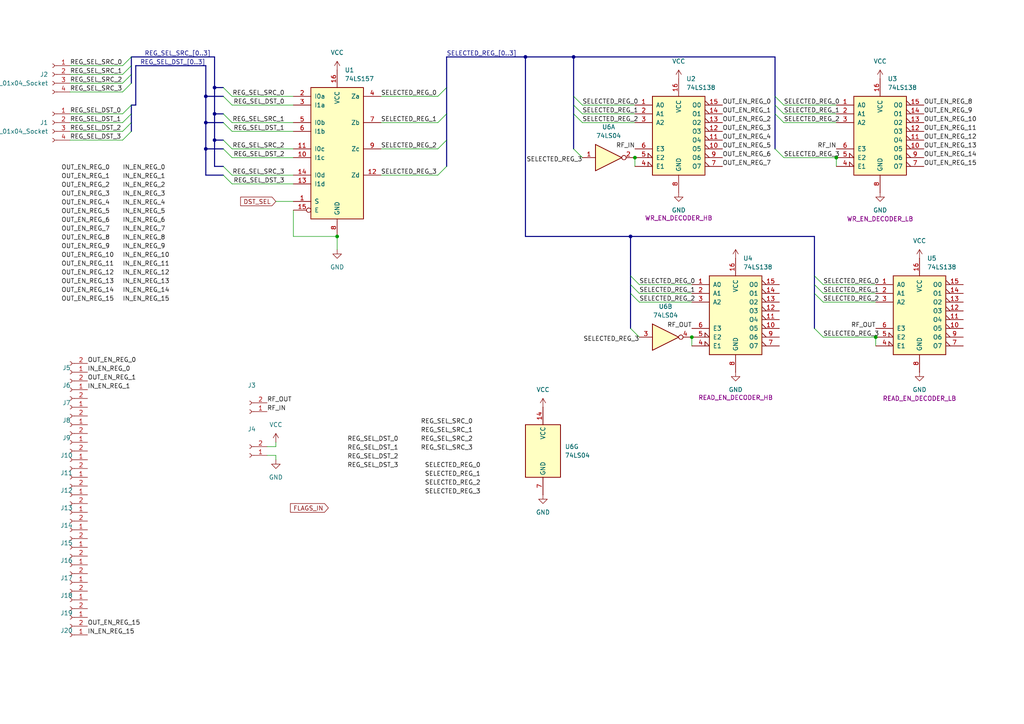
<source format=kicad_sch>
(kicad_sch (version 20231120) (generator "eeschema") (generator_version "8.0")
  (paper "A4")
  (lib_symbols
    (symbol "74xx:74LS04"
      (property "Reference" "U" (at 0 1.27 0))
      (property "Value" "74LS04" (at 0 -1.27 0))
      (symbol "74LS04_1_0"
        (polyline (pts (xy -3.81 3.81) (xy -3.81 -3.81) (xy 3.81 0) (xy -3.81 3.81)) (stroke (width 0.254)) (fill (type background)))
        (pin input line (at -7.62 0 0) (length 3.81) (name "~") (number "1"))
        (pin output inverted (at 7.62 0 180) (length 3.81) (name "~") (number "2"))
      )
      (symbol "74LS04_2_0"
        (polyline (pts (xy -3.81 3.81) (xy -3.81 -3.81) (xy 3.81 0) (xy -3.81 3.81)) (stroke (width 0.254)) (fill (type background)))
        (pin input line (at -7.62 0 0) (length 3.81) (name "~") (number "3"))
        (pin output inverted (at 7.62 0 180) (length 3.81) (name "~") (number "4"))
      )
      (symbol "74LS04_3_0"
        (polyline (pts (xy -3.81 3.81) (xy -3.81 -3.81) (xy 3.81 0) (xy -3.81 3.81)) (stroke (width 0.254)) (fill (type background)))
        (pin input line (at -7.62 0 0) (length 3.81) (name "~") (number "5"))
        (pin output inverted (at 7.62 0 180) (length 3.81) (name "~") (number "6"))
      )
      (symbol "74LS04_4_0"
        (polyline (pts (xy -3.81 3.81) (xy -3.81 -3.81) (xy 3.81 0) (xy -3.81 3.81)) (stroke (width 0.254)) (fill (type background)))
        (pin output inverted (at 7.62 0 180) (length 3.81) (name "~") (number "8"))
        (pin input line (at -7.62 0 0) (length 3.81) (name "~") (number "9"))
      )
      (symbol "74LS04_5_0"
        (polyline (pts (xy -3.81 3.81) (xy -3.81 -3.81) (xy 3.81 0) (xy -3.81 3.81)) (stroke (width 0.254)) (fill (type background)))
        (pin output inverted (at 7.62 0 180) (length 3.81) (name "~") (number "10"))
        (pin input line (at -7.62 0 0) (length 3.81) (name "~") (number "11"))
      )
      (symbol "74LS04_6_0"
        (polyline (pts (xy -3.81 3.81) (xy -3.81 -3.81) (xy 3.81 0) (xy -3.81 3.81)) (stroke (width 0.254)) (fill (type background)))
        (pin output inverted (at 7.62 0 180) (length 3.81) (name "~") (number "12"))
        (pin input line (at -7.62 0 0) (length 3.81) (name "~") (number "13"))
      )
      (symbol "74LS04_7_0"
        (pin power_in line (at 0 12.7 270) (length 5.08) (name "VCC") (number "14"))
        (pin power_in line (at 0 -12.7 90) (length 5.08) (name "GND") (number "7"))
      )
      (symbol "74LS04_7_1"
        (rectangle (start -5.08 7.62) (end 5.08 -7.62) (stroke (width 0.254)) (fill (type background)))
      )
    )
    (symbol "74xx:74LS138" (pin_names (offset 1.016))
      (property "Reference" "U" (at -7.62 11.43 0))
      (property "Value" "74LS138" (at -7.62 -13.97 0))
      (symbol "74LS138_1_0"
        (pin input line (at -12.7 7.62 0) (length 5.08) (name "A0") (number "1"))
        (pin output output_low (at 12.7 -5.08 180) (length 5.08) (name "O5") (number "10"))
        (pin output output_low (at 12.7 -2.54 180) (length 5.08) (name "O4") (number "11"))
        (pin output output_low (at 12.7 0 180) (length 5.08) (name "O3") (number "12"))
        (pin output output_low (at 12.7 2.54 180) (length 5.08) (name "O2") (number "13"))
        (pin output output_low (at 12.7 5.08 180) (length 5.08) (name "O1") (number "14"))
        (pin output output_low (at 12.7 7.62 180) (length 5.08) (name "O0") (number "15"))
        (pin power_in line (at 0 15.24 270) (length 5.08) (name "VCC") (number "16"))
        (pin input line (at -12.7 5.08 0) (length 5.08) (name "A1") (number "2"))
        (pin input line (at -12.7 2.54 0) (length 5.08) (name "A2") (number "3"))
        (pin input input_low (at -12.7 -10.16 0) (length 5.08) (name "E1") (number "4"))
        (pin input input_low (at -12.7 -7.62 0) (length 5.08) (name "E2") (number "5"))
        (pin input line (at -12.7 -5.08 0) (length 5.08) (name "E3") (number "6"))
        (pin output output_low (at 12.7 -10.16 180) (length 5.08) (name "O7") (number "7"))
        (pin power_in line (at 0 -17.78 90) (length 5.08) (name "GND") (number "8"))
        (pin output output_low (at 12.7 -7.62 180) (length 5.08) (name "O6") (number "9"))
      )
      (symbol "74LS138_1_1"
        (rectangle (start -7.62 10.16) (end 7.62 -12.7) (stroke (width 0.254)) (fill (type background)))
      )
    )
    (symbol "74xx:74LS157" (pin_names (offset 1.016))
      (property "Reference" "U" (at -7.62 19.05 0))
      (property "Value" "74LS157" (at -7.62 -21.59 0))
      (symbol "74LS157_1_0"
        (pin input line (at -12.7 -15.24 0) (length 5.08) (name "S") (number "1"))
        (pin input line (at -12.7 -2.54 0) (length 5.08) (name "I1c") (number "10"))
        (pin input line (at -12.7 0 0) (length 5.08) (name "I0c") (number "11"))
        (pin output line (at 12.7 -7.62 180) (length 5.08) (name "Zd") (number "12"))
        (pin input line (at -12.7 -10.16 0) (length 5.08) (name "I1d") (number "13"))
        (pin input line (at -12.7 -7.62 0) (length 5.08) (name "I0d") (number "14"))
        (pin input inverted (at -12.7 -17.78 0) (length 5.08) (name "E") (number "15"))
        (pin power_in line (at 0 22.86 270) (length 5.08) (name "VCC") (number "16"))
        (pin input line (at -12.7 15.24 0) (length 5.08) (name "I0a") (number "2"))
        (pin input line (at -12.7 12.7 0) (length 5.08) (name "I1a") (number "3"))
        (pin output line (at 12.7 15.24 180) (length 5.08) (name "Za") (number "4"))
        (pin input line (at -12.7 7.62 0) (length 5.08) (name "I0b") (number "5"))
        (pin input line (at -12.7 5.08 0) (length 5.08) (name "I1b") (number "6"))
        (pin output line (at 12.7 7.62 180) (length 5.08) (name "Zb") (number "7"))
        (pin power_in line (at 0 -25.4 90) (length 5.08) (name "GND") (number "8"))
        (pin output line (at 12.7 0 180) (length 5.08) (name "Zc") (number "9"))
      )
      (symbol "74LS157_1_1"
        (rectangle (start -7.62 17.78) (end 7.62 -20.32) (stroke (width 0.254)) (fill (type background)))
      )
    )
    (symbol "Connector:Conn_01x02_Socket" (pin_names (offset 1.016) hide)
      (property "Reference" "J" (at 0 2.54 0))
      (property "Value" "Conn_01x02_Socket" (at 0 -5.08 0))
      (symbol "Conn_01x02_Socket_1_1"
        (arc (start 0 -2.032) (mid -0.5058 -2.54) (end 0 -3.048) (stroke (width 0.1524)))
        (polyline (pts (xy -1.27 -2.54) (xy -0.508 -2.54)) (stroke (width 0.1524)))
        (polyline (pts (xy -1.27 0) (xy -0.508 0)) (stroke (width 0.1524)))
        (arc (start 0 0.508) (mid -0.5058 0) (end 0 -0.508) (stroke (width 0.1524)))
        (pin passive line (at -5.08 0 0) (length 3.81) (name "Pin_1") (number "1"))
        (pin passive line (at -5.08 -2.54 0) (length 3.81) (name "Pin_2") (number "2"))
      )
    )
    (symbol "Connector:Conn_01x04_Socket" (pin_names (offset 1.016) hide)
      (property "Reference" "J" (at 0 5.08 0))
      (property "Value" "Conn_01x04_Socket" (at 0 -7.62 0))
      (symbol "Conn_01x04_Socket_1_1"
        (arc (start 0 -4.572) (mid -0.5058 -5.08) (end 0 -5.588) (stroke (width 0.1524)))
        (arc (start 0 -2.032) (mid -0.5058 -2.54) (end 0 -3.048) (stroke (width 0.1524)))
        (polyline (pts (xy -1.27 -5.08) (xy -0.508 -5.08)) (stroke (width 0.1524)))
        (polyline (pts (xy -1.27 -2.54) (xy -0.508 -2.54)) (stroke (width 0.1524)))
        (polyline (pts (xy -1.27 0) (xy -0.508 0)) (stroke (width 0.1524)))
        (polyline (pts (xy -1.27 2.54) (xy -0.508 2.54)) (stroke (width 0.1524)))
        (arc (start 0 0.508) (mid -0.5058 0) (end 0 -0.508) (stroke (width 0.1524)))
        (arc (start 0 3.048) (mid -0.5058 2.54) (end 0 2.032) (stroke (width 0.1524)))
        (pin passive line (at -5.08 2.54 0) (length 3.81) (name "Pin_1") (number "1"))
        (pin passive line (at -5.08 0 0) (length 3.81) (name "Pin_2") (number "2"))
        (pin passive line (at -5.08 -2.54 0) (length 3.81) (name "Pin_3") (number "3"))
        (pin passive line (at -5.08 -5.08 0) (length 3.81) (name "Pin_4") (number "4"))
      )
    )
    (symbol "power:GND" (power) (pin_numbers hide) (pin_names (offset 0) hide)
      (property "Value" "GND" (at 0 -3.81 0))
      (symbol "GND_0_1"
        (polyline (pts (xy 0 0) (xy 0 -1.27) (xy 1.27 -1.27) (xy 0 -2.54) (xy -1.27 -1.27) (xy 0 -1.27)))
      )
      (symbol "GND_1_1"
        (pin power_in line (at 0 0 270) (length 0) (name "~") (number "1"))
      )
    )
    (symbol "power:VCC" (power) (pin_numbers hide) (pin_names (offset 0) hide)
      (property "Value" "VCC" (at 0 3.556 0))
      (symbol "VCC_0_1"
        (polyline (pts (xy -0.762 1.27) (xy 0 2.54)))
        (polyline (pts (xy 0 0) (xy 0 2.54)))
        (polyline (pts (xy 0 2.54) (xy 0.762 1.27)))
      )
      (symbol "VCC_1_1"
        (pin power_in line (at 0 0 90) (length 0) (name "~") (number "1"))
      )
    )
  )
  (junction (at 254 97.79))
  (junction (at 62.23 40.64))
  (junction (at 242.57 45.72))
  (junction (at 59.69 35.56))
  (junction (at 59.69 43.18))
  (junction (at 166.37 16.51))
  (junction (at 200.66 97.79))
  (junction (at 59.69 27.94))
  (junction (at 62.23 33.02))
  (junction (at 182.88 68.58))
  (junction (at 97.79 68.58))
  (junction (at 184.15 45.72))
  (junction (at 62.23 25.4))
  (junction (at 152.4 16.51))
  (bus_entry (at 35.56 19.05) (size 2.54 -2.54))
  (bus_entry (at 67.31 50.8) (size -2.54 -2.54))
  (bus_entry (at 182.88 80.01) (size 2.54 2.54))
  (bus_entry (at 166.37 43.18) (size 2.54 2.54))
  (bus_entry (at 67.31 53.34) (size -2.54 -2.54))
  (bus_entry (at 224.79 30.48) (size 2.54 2.54))
  (bus_entry (at 224.79 33.02) (size 2.54 2.54))
  (bus_entry (at 35.56 26.67) (size 2.54 -2.54))
  (bus_entry (at 35.56 40.64) (size 2.54 -2.54))
  (bus_entry (at 236.22 85.09) (size 2.54 2.54))
  (bus_entry (at 35.56 21.59) (size 2.54 -2.54))
  (bus_entry (at 182.88 82.55) (size 2.54 2.54))
  (bus_entry (at 35.56 24.13) (size 2.54 -2.54))
  (bus_entry (at 127 35.56) (size 2.54 -2.54))
  (bus_entry (at 67.31 35.56) (size -2.54 -2.54))
  (bus_entry (at 35.56 35.56) (size 2.54 -2.54))
  (bus_entry (at 236.22 82.55) (size 2.54 2.54))
  (bus_entry (at 67.31 43.18) (size -2.54 -2.54))
  (bus_entry (at 224.79 27.94) (size 2.54 2.54))
  (bus_entry (at 127 27.94) (size 2.54 -2.54))
  (bus_entry (at 166.37 33.02) (size 2.54 2.54))
  (bus_entry (at 182.88 85.09) (size 2.54 2.54))
  (bus_entry (at 67.31 27.94) (size -2.54 -2.54))
  (bus_entry (at 35.56 38.1) (size 2.54 -2.54))
  (bus_entry (at 166.37 30.48) (size 2.54 2.54))
  (bus_entry (at 182.88 95.25) (size 2.54 2.54))
  (bus_entry (at 236.22 95.25) (size 2.54 2.54))
  (bus_entry (at 35.56 33.02) (size 2.54 -2.54))
  (bus_entry (at 224.79 43.18) (size 2.54 2.54))
  (bus_entry (at 166.37 27.94) (size 2.54 2.54))
  (bus_entry (at 236.22 80.01) (size 2.54 2.54))
  (bus_entry (at 67.31 38.1) (size -2.54 -2.54))
  (bus_entry (at 127 43.18) (size 2.54 -2.54))
  (bus_entry (at 67.31 45.72) (size -2.54 -2.54))
  (bus_entry (at 67.31 30.48) (size -2.54 -2.54))
  (bus_entry (at 127 50.8) (size 2.54 -2.54))
  (bus (pts (xy 38.1 19.05) (xy 38.1 16.51)))
  (wire (pts (xy 77.47 132.08) (xy 80.01 132.08)))
  (bus (pts (xy 182.88 80.01) (xy 182.88 82.55)))
  (wire (pts (xy 67.31 30.48) (xy 85.09 30.48)))
  (wire (pts (xy 20.32 26.67) (xy 35.56 26.67)))
  (bus (pts (xy 59.69 43.18) (xy 59.69 50.8)))
  (wire (pts (xy 77.47 129.54) (xy 80.01 129.54)))
  (wire (pts (xy 67.31 38.1) (xy 85.09 38.1)))
  (wire (pts (xy 20.32 21.59) (xy 35.56 21.59)))
  (wire (pts (xy 20.32 33.02) (xy 35.56 33.02)))
  (bus (pts (xy 62.23 48.26) (xy 64.77 48.26)))
  (bus (pts (xy 38.1 33.02) (xy 38.1 35.56)))
  (wire (pts (xy 67.31 27.94) (xy 85.09 27.94)))
  (wire (pts (xy 200.66 97.79) (xy 200.66 100.33)))
  (bus (pts (xy 39.37 19.05) (xy 59.69 19.05)))
  (wire (pts (xy 20.32 24.13) (xy 35.56 24.13)))
  (wire (pts (xy 67.31 45.72) (xy 85.09 45.72)))
  (bus (pts (xy 182.88 82.55) (xy 182.88 85.09)))
  (bus (pts (xy 182.88 68.58) (xy 182.88 80.01)))
  (bus (pts (xy 62.23 25.4) (xy 64.77 25.4)))
  (bus (pts (xy 224.79 33.02) (xy 224.79 43.18)))
  (bus (pts (xy 166.37 27.94) (xy 166.37 30.48)))
  (wire (pts (xy 80.01 132.08) (xy 80.01 133.35)))
  (wire (pts (xy 67.31 50.8) (xy 85.09 50.8)))
  (wire (pts (xy 227.33 30.48) (xy 242.57 30.48)))
  (bus (pts (xy 129.54 16.51) (xy 152.4 16.51)))
  (bus (pts (xy 129.54 33.02) (xy 129.54 25.4)))
  (bus (pts (xy 59.69 27.94) (xy 59.69 35.56)))
  (bus (pts (xy 182.88 68.58) (xy 236.22 68.58)))
  (bus (pts (xy 236.22 85.09) (xy 236.22 95.25)))
  (bus (pts (xy 38.1 35.56) (xy 38.1 38.1)))
  (wire (pts (xy 110.49 43.18) (xy 127 43.18)))
  (wire (pts (xy 227.33 33.02) (xy 242.57 33.02)))
  (wire (pts (xy 238.76 82.55) (xy 254 82.55)))
  (wire (pts (xy 238.76 87.63) (xy 254 87.63)))
  (bus (pts (xy 62.23 16.51) (xy 62.23 25.4)))
  (wire (pts (xy 168.91 30.48) (xy 184.15 30.48)))
  (wire (pts (xy 97.79 68.58) (xy 85.09 68.58)))
  (bus (pts (xy 236.22 68.58) (xy 236.22 80.01)))
  (wire (pts (xy 110.49 35.56) (xy 127 35.56)))
  (wire (pts (xy 85.09 60.96) (xy 85.09 68.58)))
  (bus (pts (xy 38.1 16.51) (xy 62.23 16.51)))
  (bus (pts (xy 182.88 85.09) (xy 182.88 95.25)))
  (bus (pts (xy 152.4 16.51) (xy 166.37 16.51)))
  (bus (pts (xy 166.37 16.51) (xy 224.79 16.51)))
  (wire (pts (xy 80.01 129.54) (xy 80.01 128.27)))
  (bus (pts (xy 38.1 30.48) (xy 38.1 33.02)))
  (wire (pts (xy 20.32 19.05) (xy 35.56 19.05)))
  (bus (pts (xy 129.54 25.4) (xy 129.54 16.51)))
  (wire (pts (xy 20.32 40.64) (xy 35.56 40.64)))
  (bus (pts (xy 129.54 48.26) (xy 129.54 40.64)))
  (wire (pts (xy 185.42 85.09) (xy 200.66 85.09)))
  (bus (pts (xy 38.1 21.59) (xy 38.1 19.05)))
  (wire (pts (xy 67.31 43.18) (xy 85.09 43.18)))
  (bus (pts (xy 224.79 16.51) (xy 224.79 27.94)))
  (wire (pts (xy 80.01 58.42) (xy 85.09 58.42)))
  (wire (pts (xy 97.79 72.39) (xy 97.79 68.58)))
  (wire (pts (xy 238.76 85.09) (xy 254 85.09)))
  (wire (pts (xy 20.32 38.1) (xy 35.56 38.1)))
  (bus (pts (xy 224.79 27.94) (xy 224.79 30.48)))
  (bus (pts (xy 59.69 35.56) (xy 59.69 43.18)))
  (bus (pts (xy 236.22 82.55) (xy 236.22 85.09)))
  (wire (pts (xy 110.49 27.94) (xy 127 27.94)))
  (bus (pts (xy 38.1 24.13) (xy 38.1 21.59)))
  (bus (pts (xy 224.79 30.48) (xy 224.79 33.02)))
  (wire (pts (xy 20.32 35.56) (xy 35.56 35.56)))
  (bus (pts (xy 166.37 30.48) (xy 166.37 33.02)))
  (wire (pts (xy 242.57 45.72) (xy 242.57 48.26)))
  (bus (pts (xy 62.23 40.64) (xy 62.23 48.26)))
  (bus (pts (xy 59.69 35.56) (xy 64.77 35.56)))
  (bus (pts (xy 39.37 19.05) (xy 39.37 30.48)))
  (bus (pts (xy 39.37 30.48) (xy 38.1 30.48)))
  (bus (pts (xy 59.69 50.8) (xy 64.77 50.8)))
  (wire (pts (xy 168.91 35.56) (xy 184.15 35.56)))
  (bus (pts (xy 59.69 19.05) (xy 59.69 27.94)))
  (wire (pts (xy 227.33 35.56) (xy 242.57 35.56)))
  (bus (pts (xy 152.4 16.51) (xy 152.4 68.58)))
  (bus (pts (xy 166.37 16.51) (xy 166.37 27.94)))
  (wire (pts (xy 168.91 33.02) (xy 184.15 33.02)))
  (wire (pts (xy 254 97.79) (xy 254 100.33)))
  (bus (pts (xy 166.37 33.02) (xy 166.37 43.18)))
  (bus (pts (xy 152.4 68.58) (xy 182.88 68.58)))
  (wire (pts (xy 184.15 45.72) (xy 184.15 48.26)))
  (bus (pts (xy 62.23 33.02) (xy 64.77 33.02)))
  (bus (pts (xy 62.23 33.02) (xy 62.23 40.64)))
  (wire (pts (xy 227.33 45.72) (xy 242.57 45.72)))
  (bus (pts (xy 59.69 27.94) (xy 64.77 27.94)))
  (wire (pts (xy 110.49 50.8) (xy 127 50.8)))
  (wire (pts (xy 185.42 87.63) (xy 200.66 87.63)))
  (bus (pts (xy 62.23 25.4) (xy 62.23 33.02)))
  (wire (pts (xy 185.42 82.55) (xy 200.66 82.55)))
  (wire (pts (xy 67.31 53.34) (xy 85.09 53.34)))
  (wire (pts (xy 67.31 35.56) (xy 85.09 35.56)))
  (bus (pts (xy 129.54 40.64) (xy 129.54 33.02)))
  (bus (pts (xy 62.23 40.64) (xy 64.77 40.64)))
  (wire (pts (xy 238.76 97.79) (xy 254 97.79)))
  (bus (pts (xy 59.69 43.18) (xy 64.77 43.18)))
  (bus (pts (xy 236.22 80.01) (xy 236.22 82.55)))
  (label "REG_SEL_DST_[0..3]" (at 40.64 19.05 0))
  (label "OUT_EN_REG_2" (at 17.78 54.61 0))
  (label "OUT_EN_REG_1" (at 17.78 52.07 0))
  (label "REG_SEL_SRC_2" (at 20.32 24.13 0))
  (label "OUT_EN_REG_8" (at 267.97 30.48 0))
  (label "REG_SEL_DST_1" (at 115.57 130.81 180))
  (label "SELECTED_REG_3" (at 238.76 97.79 0))
  (label "REG_SEL_DST_1" (at 20.32 35.56 0))
  (label "REG_SEL_DST_3" (at 115.57 135.89 180))
  (label "OUT_EN_REG_1" (at 209.55 33.02 0))
  (label "IN_EN_REG_6" (at 35.56 64.77 0))
  (label "IN_EN_REG_2" (at 35.56 54.61 0))
  (label "OUT_EN_REG_14" (at 17.78 85.09 0))
  (label "OUT_EN_REG_12" (at 267.97 40.64 0))
  (label "SELECTED_REG_1" (at 185.42 85.09 0))
  (label "RF_IN" (at 77.47 119.38 0))
  (label "SELECTED_REG_3" (at 123.19 143.51 0))
  (label "OUT_EN_REG_11" (at 267.97 38.1 0))
  (label "OUT_EN_REG_10" (at 267.97 35.56 0))
  (label "RF_OUT" (at 200.66 95.25 180))
  (label "OUT_EN_REG_2" (at 209.55 35.56 0))
  (label "SELECTED_REG_0" (at 238.76 82.55 0))
  (label "REG_SEL_SRC_[0..3]" (at 41.91 16.51 0))
  (label "OUT_EN_REG_3" (at 17.78 57.15 0))
  (label "OUT_EN_REG_11" (at 17.78 77.47 0))
  (label "OUT_EN_REG_10" (at 17.78 74.93 0))
  (label "OUT_EN_REG_15" (at 25.4 181.61 0))
  (label "SELECTED_REG_2" (at 227.33 35.56 0))
  (label "OUT_EN_REG_9" (at 17.78 72.39 0))
  (label "IN_EN_REG_9" (at 35.56 72.39 0))
  (label "IN_EN_REG_3" (at 35.56 57.15 0))
  (label "REG_SEL_SRC_3" (at 137.16 130.81 180))
  (label "SELECTED_REG_2" (at 168.91 35.56 0))
  (label "REG_SEL_SRC_3" (at 20.32 26.67 0))
  (label "RF_IN" (at 242.57 43.18 180))
  (label "OUT_EN_REG_15" (at 267.97 48.26 0))
  (label "REG_SEL_SRC_0" (at 20.32 19.05 0))
  (label "REG_SEL_DST_2" (at 115.57 133.35 180))
  (label "OUT_EN_REG_0" (at 209.55 30.48 0))
  (label "IN_EN_REG_0" (at 25.4 107.95 0))
  (label "OUT_EN_REG_3" (at 209.55 38.1 0))
  (label "SELECTED_REG_0" (at 168.91 30.48 0))
  (label "IN_EN_REG_0" (at 35.56 49.53 0))
  (label "SELECTED_REG_1" (at 168.91 33.02 0))
  (label "SELECTED_REG_0" (at 227.33 30.48 0))
  (label "OUT_EN_REG_0" (at 25.4 105.41 0))
  (label "OUT_EN_REG_1" (at 25.4 110.49 0))
  (label "RF_IN" (at 184.15 43.18 180))
  (label "SELECTED_REG_2" (at 238.76 87.63 0))
  (label "REG_SEL_SRC_0" (at 137.16 123.19 180))
  (label "REG_SEL_DST_0" (at 20.32 33.02 0))
  (label "SELECTED_REG_0" (at 123.19 135.89 0))
  (label "REG_SEL_DST_3" (at 20.32 40.64 0))
  (label "SELECTED_REG_3" (at 168.91 45.72 180))
  (label "IN_EN_REG_14" (at 35.56 85.09 0))
  (label "SELECTED_REG_2" (at 110.49 43.18 0))
  (label "OUT_EN_REG_5" (at 209.55 43.18 0))
  (label "OUT_EN_REG_5" (at 17.78 62.23 0))
  (label "IN_EN_REG_11" (at 35.56 77.47 0))
  (label "IN_EN_REG_10" (at 35.56 74.93 0))
  (label "REG_SEL_SRC_0" (at 82.55 27.94 180))
  (label "SELECTED_REG_2" (at 185.42 87.63 0))
  (label "SELECTED_REG_1" (at 227.33 33.02 0))
  (label "RF_OUT" (at 254 95.25 180))
  (label "OUT_EN_REG_14" (at 267.97 45.72 0))
  (label "REG_SEL_SRC_2" (at 82.55 43.18 180))
  (label "REG_SEL_SRC_3" (at 82.55 50.8 180))
  (label "REG_SEL_SRC_2" (at 137.16 128.27 180))
  (label "IN_EN_REG_4" (at 35.56 59.69 0))
  (label "REG_SEL_DST_0" (at 82.55 30.48 180))
  (label "SELECTED_REG_1" (at 123.19 138.43 0))
  (label "IN_EN_REG_1" (at 25.4 113.03 0))
  (label "IN_EN_REG_5" (at 35.56 62.23 0))
  (label "OUT_EN_REG_7" (at 209.55 48.26 0))
  (label "SELECTED_REG_1" (at 110.49 35.56 0))
  (label "IN_EN_REG_13" (at 35.56 82.55 0))
  (label "REG_SEL_SRC_1" (at 20.32 21.59 0))
  (label "REG_SEL_DST_2" (at 82.55 45.72 180))
  (label "IN_EN_REG_12" (at 35.56 80.01 0))
  (label "OUT_EN_REG_6" (at 17.78 64.77 0))
  (label "REG_SEL_SRC_1" (at 137.16 125.73 180))
  (label "REG_SEL_DST_0" (at 115.57 128.27 180))
  (label "REG_SEL_DST_3" (at 82.55 53.34 180))
  (label "SELECTED_REG_2" (at 123.19 140.97 0))
  (label "SELECTED_REG_3" (at 227.33 45.72 0))
  (label "IN_EN_REG_8" (at 35.56 69.85 0))
  (label "OUT_EN_REG_12" (at 17.78 80.01 0))
  (label "OUT_EN_REG_7" (at 17.78 67.31 0))
  (label "REG_SEL_SRC_1" (at 82.55 35.56 180))
  (label "IN_EN_REG_1" (at 35.56 52.07 0))
  (label "OUT_EN_REG_13" (at 267.97 43.18 0))
  (label "IN_EN_REG_15" (at 25.4 184.15 0))
  (label "SELECTED_REG_3" (at 110.49 50.8 0))
  (label "IN_EN_REG_7" (at 35.56 67.31 0))
  (label "OUT_EN_REG_0" (at 17.78 49.53 0))
  (label "IN_EN_REG_15" (at 35.56 87.63 0))
  (label "SELECTED_REG_0" (at 110.49 27.94 0))
  (label "OUT_EN_REG_4" (at 209.55 40.64 0))
  (label "OUT_EN_REG_8" (at 17.78 69.85 0))
  (label "SELECTED_REG_1" (at 238.76 85.09 0))
  (label "SELECTED_REG_0" (at 185.42 82.55 0))
  (label "SELECTED_REG_[0..3]" (at 129.54 16.51 0))
  (label "OUT_EN_REG_15" (at 17.78 87.63 0))
  (label "REG_SEL_DST_1" (at 82.55 38.1 180))
  (label "RF_OUT" (at 77.47 116.84 0))
  (label "OUT_EN_REG_4" (at 17.78 59.69 0))
  (label "OUT_EN_REG_9" (at 267.97 33.02 0))
  (label "OUT_EN_REG_13" (at 17.78 82.55 0))
  (label "OUT_EN_REG_6" (at 209.55 45.72 0))
  (label "REG_SEL_DST_2" (at 20.32 38.1 0))
  (label "SELECTED_REG_3" (at 185.42 97.79 180))
  (global_label "FLAGS_IN" (shape input) (at 95.25 147.32 180) (property "Intersheetrefs" "${INTERSHEET_REFS}" (effects (hide yes))))
  (global_label "DST_SEL" (shape input) (at 80.01 58.42 180) (property "Intersheetrefs" "${INTERSHEET_REFS}" (effects (hide yes))))
  (symbol (lib_id "Connector:Conn_01x02_Socket") (at 72.39 119.38 180) (unit 1)
    (property "Reference" "J3" (at 73.025 111.76 0))
    (property "Value" "Conn_01x02_Socket" (effects (hide yes)))
    (property "Footprint" "Connector_JST:JST_XH_S2B-XH-A_1x02_P2.50mm_Horizontal" (effects (hide yes)))
    (property "Description" "Generic connector, single row, 01x02, script generated" (effects (hide yes)))
  )
  (symbol (lib_id "Connector:Conn_01x02_Socket") (at 20.32 107.95 180) (unit 1)
    (property "Reference" "J5" (at 19.304 106.68 0))
    (property "Value" "Conn_01x02_Socket" (effects (hide yes)))
    (property "Footprint" "Connector_JST:JST_XH_S2B-XH-A_1x02_P2.50mm_Horizontal" (effects (hide yes)))
    (property "Description" "Generic connector, single row, 01x02, script generated" (effects (hide yes)))
  )
  (symbol (lib_id "power:GND") (at 255.27 55.88 0) (unit 1)
    (property "Reference" "#PWR05" (effects (hide yes)))
    (property "Value" "GND" (at 255.27 60.96 0))
    (property "Description" "Power symbol creates a global label with name \"GND\" , ground" (effects (hide yes)))
  )
  (symbol (lib_id "power:VCC") (at 213.36 74.93 0) (unit 1)
    (property "Reference" "#PWR07" (effects (hide yes)))
    (property "Value" "VCC" (effects (hide yes)))
    (property "Description" "Power symbol creates a global label with name \"VCC\"" (effects (hide yes)))
  )
  (symbol (lib_id "Connector:Conn_01x02_Socket") (at 20.32 158.75 180) (unit 1)
    (property "Reference" "J15" (at 19.304 157.48 0))
    (property "Value" "Conn_01x02_Socket" (effects (hide yes)))
    (property "Footprint" "Connector_JST:JST_XH_S2B-XH-A_1x02_P2.50mm_Horizontal" (effects (hide yes)))
    (property "Description" "Generic connector, single row, 01x02, script generated" (effects (hide yes)))
  )
  (symbol (lib_id "power:GND") (at 213.36 107.95 0) (unit 1)
    (property "Reference" "#PWR08" (effects (hide yes)))
    (property "Value" "GND" (at 213.36 113.03 0))
    (property "Description" "Power symbol creates a global label with name \"GND\" , ground" (effects (hide yes)))
  )
  (symbol (lib_id "74xx:74LS04") (at 176.53 45.72 0) (unit 1)
    (property "Reference" "U6" (at 176.53 36.83 0))
    (property "Value" "74LS04" (at 176.53 39.37 0))
    (property "Footprint" "Package_DIP:DIP-14_W7.62mm_Socket_LongPads" (effects (hide yes)))
    (property "Datasheet" "http://www.ti.com/lit/gpn/sn74LS04" (effects (hide yes)))
    (property "Description" "Hex Inverter" (effects (hide yes)))
  )
  (symbol (lib_id "power:GND") (at 266.7 107.95 0) (unit 1)
    (property "Reference" "#PWR012" (effects (hide yes)))
    (property "Value" "GND" (at 266.7 113.03 0))
    (property "Description" "Power symbol creates a global label with name \"GND\" , ground" (effects (hide yes)))
  )
  (symbol (lib_id "power:VCC") (at 196.85 22.86 0) (unit 1)
    (property "Reference" "#PWR09" (effects (hide yes)))
    (property "Value" "VCC" (at 196.85 17.78 0))
    (property "Description" "Power symbol creates a global label with name \"VCC\"" (effects (hide yes)))
  )
  (symbol (lib_id "power:GND") (at 157.48 143.51 0) (unit 1)
    (property "Reference" "#PWR014" (effects (hide yes)))
    (property "Value" "GND" (at 157.48 148.59 0))
    (property "Description" "Power symbol creates a global label with name \"GND\" , ground" (effects (hide yes)))
  )
  (symbol (lib_id "power:GND") (at 97.79 72.39 0) (unit 1)
    (property "Reference" "#PWR01" (effects (hide yes)))
    (property "Value" "GND" (at 97.79 77.47 0))
    (property "Description" "Power symbol creates a global label with name \"GND\" , ground" (effects (hide yes)))
  )
  (symbol (lib_id "Connector:Conn_01x02_Socket") (at 20.32 128.27 180) (unit 1)
    (property "Reference" "J9" (at 19.304 127 0))
    (property "Value" "Conn_01x02_Socket" (effects (hide yes)))
    (property "Footprint" "Connector_JST:JST_XH_S2B-XH-A_1x02_P2.50mm_Horizontal" (effects (hide yes)))
    (property "Description" "Generic connector, single row, 01x02, script generated" (effects (hide yes)))
  )
  (symbol (lib_id "Connector:Conn_01x02_Socket") (at 20.32 173.99 180) (unit 1)
    (property "Reference" "J18" (at 19.304 172.72 0))
    (property "Value" "Conn_01x02_Socket" (effects (hide yes)))
    (property "Footprint" "Connector_JST:JST_XH_S2B-XH-A_1x02_P2.50mm_Horizontal" (effects (hide yes)))
    (property "Description" "Generic connector, single row, 01x02, script generated" (effects (hide yes)))
  )
  (symbol (lib_id "74xx:74LS04") (at 157.48 130.81 0) (unit 7)
    (property "Reference" "U6" (at 163.83 129.5399 0) (effects (justify left)))
    (property "Value" "74LS04" (at 163.83 132.0799 0) (effects (justify left)))
    (property "Datasheet" "http://www.ti.com/lit/gpn/sn74LS04" (effects (hide yes)))
    (property "Description" "Hex Inverter" (effects (hide yes)))
  )
  (symbol (lib_id "Connector:Conn_01x02_Socket") (at 20.32 184.15 180) (unit 1)
    (property "Reference" "J20" (at 19.304 182.88 0))
    (property "Value" "Conn_01x02_Socket" (effects (hide yes)))
    (property "Footprint" "Connector_JST:JST_XH_S2B-XH-A_1x02_P2.50mm_Horizontal" (effects (hide yes)))
    (property "Description" "Generic connector, single row, 01x02, script generated" (effects (hide yes)))
  )
  (symbol (lib_id "74xx:74LS138") (at 255.27 38.1 0) (unit 1)
    (property "Reference" "U3" (at 257.4641 22.86 0) (effects (justify left)))
    (property "Value" "74LS138" (at 257.4641 25.4 0) (effects (justify left)))
    (property "Footprint" "Package_DIP:DIP-16_W7.62mm_Socket_LongPads" (effects (hide yes)))
    (property "Datasheet" "http://www.ti.com/lit/gpn/sn74LS138" (effects (hide yes)))
    (property "Description" "Decoder 3 to 8 active low outputs" (effects (hide yes)))
    (property "Note" "WR_EN_DECODER_LB" (at 255.27 63.5 0))
  )
  (symbol (lib_id "Connector:Conn_01x02_Socket") (at 20.32 113.03 180) (unit 1)
    (property "Reference" "J6" (at 19.304 111.76 0))
    (property "Value" "Conn_01x02_Socket" (effects (hide yes)))
    (property "Footprint" "Connector_JST:JST_XH_S2B-XH-A_1x02_P2.50mm_Horizontal" (effects (hide yes)))
    (property "Description" "Generic connector, single row, 01x02, script generated" (effects (hide yes)))
  )
  (symbol (lib_id "Connector:Conn_01x02_Socket") (at 20.32 133.35 180) (unit 1)
    (property "Reference" "J10" (at 19.304 132.08 0))
    (property "Value" "Conn_01x02_Socket" (effects (hide yes)))
    (property "Footprint" "Connector_JST:JST_XH_S2B-XH-A_1x02_P2.50mm_Horizontal" (effects (hide yes)))
    (property "Description" "Generic connector, single row, 01x02, script generated" (effects (hide yes)))
  )
  (symbol (lib_id "power:VCC") (at 97.79 20.32 0) (unit 1)
    (property "Reference" "#PWR03" (effects (hide yes)))
    (property "Value" "VCC" (at 97.79 15.24 0))
    (property "Description" "Power symbol creates a global label with name \"VCC\"" (effects (hide yes)))
  )
  (symbol (lib_id "power:VCC") (at 157.48 118.11 0) (unit 1)
    (property "Reference" "#PWR013" (effects (hide yes)))
    (property "Value" "VCC" (at 157.48 113.03 0))
    (property "Description" "Power symbol creates a global label with name \"VCC\"" (effects (hide yes)))
  )
  (symbol (lib_id "Connector:Conn_01x02_Socket") (at 20.32 123.19 180) (unit 1)
    (property "Reference" "J8" (at 19.304 121.92 0))
    (property "Value" "Conn_01x02_Socket" (effects (hide yes)))
    (property "Footprint" "Connector_JST:JST_XH_S2B-XH-A_1x02_P2.50mm_Horizontal" (effects (hide yes)))
    (property "Description" "Generic connector, single row, 01x02, script generated" (effects (hide yes)))
  )
  (symbol (lib_id "power:VCC") (at 255.27 22.86 0) (unit 1)
    (property "Reference" "#PWR010" (effects (hide yes)))
    (property "Value" "VCC" (at 255.27 17.78 0))
    (property "Description" "Power symbol creates a global label with name \"VCC\"" (effects (hide yes)))
  )
  (symbol (lib_id "74xx:74LS138") (at 266.7 90.17 0) (unit 1)
    (property "Reference" "U5" (at 268.8941 74.93 0) (effects (justify left)))
    (property "Value" "74LS138" (at 268.8941 77.47 0) (effects (justify left)))
    (property "Footprint" "Package_DIP:DIP-16_W7.62mm_Socket_LongPads" (effects (hide yes)))
    (property "Datasheet" "http://www.ti.com/lit/gpn/sn74LS138" (effects (hide yes)))
    (property "Description" "Decoder 3 to 8 active low outputs" (effects (hide yes)))
    (property "Note" "READ_EN_DECODER_LB" (at 266.7 115.57 0))
  )
  (symbol (lib_id "Connector:Conn_01x02_Socket") (at 20.32 179.07 180) (unit 1)
    (property "Reference" "J19" (at 19.304 177.8 0))
    (property "Value" "Conn_01x02_Socket" (effects (hide yes)))
    (property "Footprint" "Connector_JST:JST_XH_S2B-XH-A_1x02_P2.50mm_Horizontal" (effects (hide yes)))
    (property "Description" "Generic connector, single row, 01x02, script generated" (effects (hide yes)))
  )
  (symbol (lib_id "74xx:74LS138") (at 213.36 90.17 0) (unit 1)
    (property "Reference" "U4" (at 215.5541 74.93 0) (effects (justify left)))
    (property "Value" "74LS138" (at 215.5541 77.47 0) (effects (justify left)))
    (property "Footprint" "Package_DIP:DIP-16_W7.62mm_Socket_LongPads" (effects (hide yes)))
    (property "Datasheet" "http://www.ti.com/lit/gpn/sn74LS138" (effects (hide yes)))
    (property "Description" "Decoder 3 to 8 active low outputs" (effects (hide yes)))
    (property "Note" "READ_EN_DECODER_HB" (at 213.36 115.316 0))
  )
  (symbol (lib_id "Connector:Conn_01x02_Socket") (at 20.32 143.51 180) (unit 1)
    (property "Reference" "J12" (at 19.304 142.24 0))
    (property "Value" "Conn_01x02_Socket" (effects (hide yes)))
    (property "Footprint" "Connector_JST:JST_XH_S2B-XH-A_1x02_P2.50mm_Horizontal" (effects (hide yes)))
    (property "Description" "Generic connector, single row, 01x02, script generated" (effects (hide yes)))
  )
  (symbol (lib_id "74xx:74LS04") (at 193.04 97.79 0) (unit 2)
    (property "Reference" "U6" (at 193.04 88.9 0))
    (property "Value" "74LS04" (at 193.04 91.44 0))
    (property "Footprint" "Package_DIP:DIP-14_W7.62mm_Socket_LongPads" (effects (hide yes)))
    (property "Datasheet" "http://www.ti.com/lit/gpn/sn74LS04" (effects (hide yes)))
    (property "Description" "Hex Inverter" (effects (hide yes)))
  )
  (symbol (lib_id "Connector:Conn_01x02_Socket") (at 72.39 132.08 180) (unit 1)
    (property "Reference" "J4" (at 73.025 124.46 0))
    (property "Value" "Conn_01x02_Socket" (effects (hide yes)))
    (property "Footprint" "Connector_JST:JST_XH_S2B-XH-A_1x02_P2.50mm_Horizontal" (effects (hide yes)))
    (property "Description" "Generic connector, single row, 01x02, script generated" (effects (hide yes)))
  )
  (symbol (lib_id "74xx:74LS138") (at 196.85 38.1 0) (unit 1)
    (property "Reference" "U2" (at 199.0441 22.86 0) (effects (justify left)))
    (property "Value" "74LS138" (at 199.0441 25.4 0) (effects (justify left)))
    (property "Footprint" "Package_DIP:DIP-16_W7.62mm_Socket_LongPads" (effects (hide yes)))
    (property "Datasheet" "http://www.ti.com/lit/gpn/sn74LS138" (effects (hide yes)))
    (property "Description" "Decoder 3 to 8 active low outputs" (effects (hide yes)))
    (property "Note" "WR_EN_DECODER_HB" (at 196.85 63.246 0))
  )
  (symbol (lib_id "Connector:Conn_01x02_Socket") (at 20.32 163.83 180) (unit 1)
    (property "Reference" "J16" (at 19.304 162.56 0))
    (property "Value" "Conn_01x02_Socket" (effects (hide yes)))
    (property "Footprint" "Connector_JST:JST_XH_S2B-XH-A_1x02_P2.50mm_Horizontal" (effects (hide yes)))
    (property "Description" "Generic connector, single row, 01x02, script generated" (effects (hide yes)))
  )
  (symbol (lib_id "Connector:Conn_01x02_Socket") (at 20.32 148.59 180) (unit 1)
    (property "Reference" "J13" (at 19.304 147.32 0))
    (property "Value" "Conn_01x02_Socket" (effects (hide yes)))
    (property "Footprint" "Connector_JST:JST_XH_S2B-XH-A_1x02_P2.50mm_Horizontal" (effects (hide yes)))
    (property "Description" "Generic connector, single row, 01x02, script generated" (effects (hide yes)))
  )
  (symbol (lib_id "Connector:Conn_01x04_Socket") (at 15.24 21.59 0) (mirror y) (unit 1)
    (property "Reference" "J2" (at 13.97 21.5899 0) (effects (justify left)))
    (property "Value" "Conn_01x04_Socket" (at 13.97 24.1299 0) (effects (justify left)))
    (property "Footprint" "Connector_JST:JST_XH_S4B-XH-A_1x04_P2.50mm_Horizontal" (effects (hide yes)))
    (property "Description" "Generic connector, single row, 01x04, script generated" (effects (hide yes)))
  )
  (symbol (lib_id "Connector:Conn_01x04_Socket") (at 15.24 35.56 0) (mirror y) (unit 1)
    (property "Reference" "J1" (at 13.97 35.5599 0) (effects (justify left)))
    (property "Value" "Conn_01x04_Socket" (at 13.97 38.0999 0) (effects (justify left)))
    (property "Footprint" "Connector_JST:JST_XH_S4B-XH-A_1x04_P2.50mm_Horizontal" (effects (hide yes)))
    (property "Description" "Generic connector, single row, 01x04, script generated" (effects (hide yes)))
  )
  (symbol (lib_id "Connector:Conn_01x02_Socket") (at 20.32 153.67 180) (unit 1)
    (property "Reference" "J14" (at 19.304 152.4 0))
    (property "Value" "Conn_01x02_Socket" (effects (hide yes)))
    (property "Footprint" "Connector_JST:JST_XH_S2B-XH-A_1x02_P2.50mm_Horizontal" (effects (hide yes)))
    (property "Description" "Generic connector, single row, 01x02, script generated" (effects (hide yes)))
  )
  (symbol (lib_id "power:GND") (at 196.85 55.88 0) (unit 1)
    (property "Reference" "#PWR06" (effects (hide yes)))
    (property "Value" "GND" (at 196.85 60.96 0))
    (property "Description" "Power symbol creates a global label with name \"GND\" , ground" (effects (hide yes)))
  )
  (symbol (lib_id "74xx:74LS157") (at 97.79 43.18 0) (unit 1)
    (property "Reference" "U1" (at 99.9841 20.32 0) (effects (justify left)))
    (property "Value" "74LS157" (at 99.9841 22.86 0) (effects (justify left)))
    (property "Footprint" "Package_DIP:DIP-16_W7.62mm_Socket_LongPads" (effects (hide yes)))
    (property "Datasheet" "http://www.ti.com/lit/gpn/sn74LS157" (effects (hide yes)))
    (property "Description" "Quad 2 to 1 line Multiplexer" (effects (hide yes)))
  )
  (symbol (lib_id "Connector:Conn_01x02_Socket") (at 20.32 118.11 180) (unit 1)
    (property "Reference" "J7" (at 19.304 116.84 0))
    (property "Value" "Conn_01x02_Socket" (effects (hide yes)))
    (property "Footprint" "Connector_JST:JST_XH_S2B-XH-A_1x02_P2.50mm_Horizontal" (effects (hide yes)))
    (property "Description" "Generic connector, single row, 01x02, script generated" (effects (hide yes)))
  )
  (symbol (lib_id "Connector:Conn_01x02_Socket") (at 20.32 138.43 180) (unit 1)
    (property "Reference" "J11" (at 19.304 137.16 0))
    (property "Value" "Conn_01x02_Socket" (effects (hide yes)))
    (property "Footprint" "Connector_JST:JST_XH_S2B-XH-A_1x02_P2.50mm_Horizontal" (effects (hide yes)))
    (property "Description" "Generic connector, single row, 01x02, script generated" (effects (hide yes)))
  )
  (symbol (lib_id "power:GND") (at 80.01 133.35 0) (unit 1)
    (property "Reference" "#PWR02" (effects (hide yes)))
    (property "Value" "GND" (at 80.01 138.43 0))
    (property "Description" "Power symbol creates a global label with name \"GND\" , ground" (effects (hide yes)))
  )
  (symbol (lib_id "power:VCC") (at 80.01 128.27 0) (unit 1)
    (property "Reference" "#PWR04" (effects (hide yes)))
    (property "Value" "VCC" (at 80.01 123.19 0))
    (property "Description" "Power symbol creates a global label with name \"VCC\"" (effects (hide yes)))
  )
  (symbol (lib_id "power:VCC") (at 266.7 74.93 0) (unit 1)
    (property "Reference" "#PWR011" (effects (hide yes)))
    (property "Value" "VCC" (at 266.7 69.85 0))
    (property "Description" "Power symbol creates a global label with name \"VCC\"" (effects (hide yes)))
  )
  (symbol (lib_id "Connector:Conn_01x02_Socket") (at 20.32 168.91 180) (unit 1)
    (property "Reference" "J17" (at 19.304 167.64 0))
    (property "Value" "Conn_01x02_Socket" (effects (hide yes)))
    (property "Footprint" "Connector_JST:JST_XH_S2B-XH-A_1x02_P2.50mm_Horizontal" (effects (hide yes)))
    (property "Description" "Generic connector, single row, 01x02, script generated" (effects (hide yes)))
  )
)
</source>
